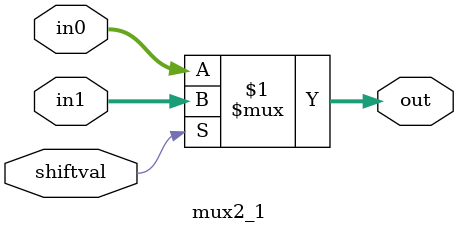
<source format=v>
`timescale 1ns/1ps

module mux2_1(
    output [7:0] out, 
    input [7:0] in0,
    input [7:0] in1,
    input shiftval
) ;

assign out = shiftval ? in1 : in0 ;

endmodule

</source>
